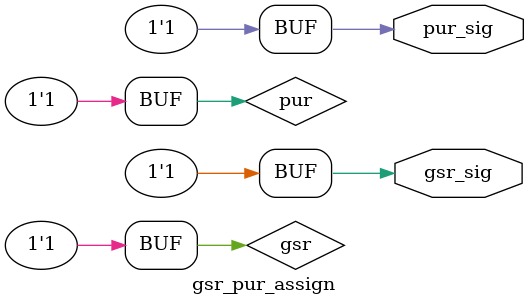
<source format=v>
`resetall
`timescale 1 ns / 1 ps

`celldefine


module gsr_pur_assign(gsr_sig, pur_sig);
	output gsr_sig, pur_sig;

reg pur;
reg gsr;

assign gsr_sig = gsr;
assign pur_sig = pur;

initial begin
pur = 1'b0; // Low active
gsr = 1'b0;
#10
pur = 1'b1;
gsr = 1'b1;
end
endmodule
`endcelldefine

</source>
